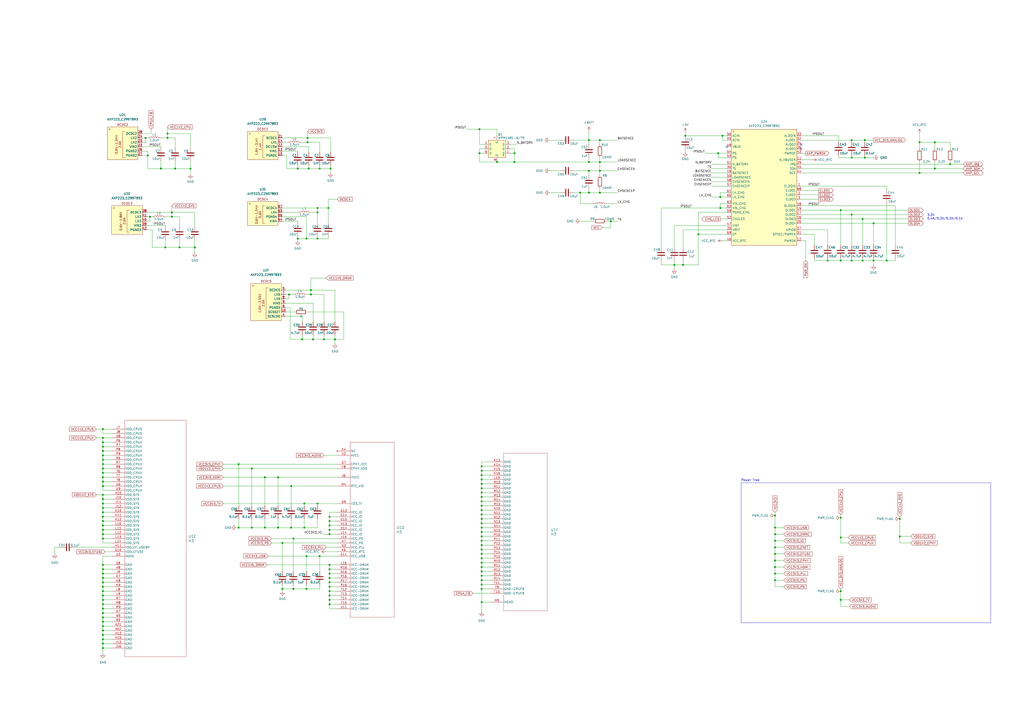
<source format=kicad_sch>
(kicad_sch (version 20250114) (generator "eeschema") (generator_version "9.0")
  (paper "A2")
  (rectangle (start 429.895 280.035) (end 574.675 361.315))
  (text "3.3V\n0.4A/0.2A/0.2A/0.1A\n" (at 537.845 127.635 0) (effects (font (size 1.27 1.27)) (justify left bottom)))
  (text "Power Tree" (at 429.895 279.4 0) (effects (font (size 1.27 1.27)) (justify left bottom)))
  (junction (at 184.15 292.1))
  (junction (at 279.4 326.39))
  (junction (at 110.49 97.79))
  (junction (at 279.4 306.07))
  (junction (at 191.135 337.82))
  (junction (at 449.58 317.5))
  (junction (at 59.69 350.52))
  (junction (at 59.69 307.34))
  (junction (at 59.69 256.54))
  (junction (at 449.58 325.12))
  (junction (at 178.435 80.01))
  (junction (at 180.34 170.815))
  (junction (at 449.58 332.74))
  (junction (at 59.69 363.22))
  (junction (at 97.155 77.47))
  (junction (at 59.69 335.28))
  (junction (at 59.69 345.44))
  (junction (at 146.05 271.78))
  (junction (at 279.4 278.13))
  (junction (at 191.135 335.28))
  (junction (at 417.83 120.65))
  (junction (at 178.435 82.55))
  (junction (at 279.4 321.31))
  (junction (at 180.34 168.275))
  (junction (at 59.69 330.2))
  (junction (at 347.98 93.98))
  (junction (at 506.73 151.13))
  (junction (at 93.345 97.79))
  (junction (at 417.83 114.3))
  (junction (at 184.15 138.43))
  (junction (at 59.69 312.42))
  (junction (at 85.725 90.17))
  (junction (at 170.18 312.42))
  (junction (at 279.4 283.21))
  (junction (at 168.91 281.94))
  (junction (at 487.68 151.13))
  (junction (at 279.4 316.23))
  (junction (at 191.135 302.26))
  (junction (at 494.03 81.28))
  (junction (at 59.69 365.76))
  (junction (at 341.63 99.06))
  (junction (at 449.58 328.93))
  (junction (at 179.07 97.79))
  (junction (at 279.4 334.01))
  (junction (at 59.69 269.24))
  (junction (at 341.63 111.76))
  (junction (at 104.14 143.51))
  (junction (at 59.69 281.94))
  (junction (at 500.38 151.13))
  (junction (at 191.135 309.88))
  (junction (at 59.69 353.06))
  (junction (at 279.4 349.25))
  (junction (at 494.03 91.44))
  (junction (at 59.69 289.56))
  (junction (at 191.135 304.8))
  (junction (at 391.16 153.67))
  (junction (at 449.58 336.55))
  (junction (at 59.69 327.66))
  (junction (at 59.69 373.38))
  (junction (at 168.91 306.07))
  (junction (at 101.6 97.79))
  (junction (at 59.69 299.72))
  (junction (at 59.69 294.64))
  (junction (at 487.68 342.9))
  (junction (at 341.63 81.28))
  (junction (at 416.56 88.9))
  (junction (at 153.67 306.07))
  (junction (at 59.69 368.3))
  (junction (at 161.29 276.86))
  (junction (at 279.4 318.77))
  (junction (at 59.69 266.7))
  (junction (at 501.65 81.28))
  (junction (at 59.69 292.1))
  (junction (at 177.8 341.63))
  (junction (at 185.42 97.79))
  (junction (at 191.135 345.44))
  (junction (at 172.72 97.79))
  (junction (at 347.98 111.76))
  (junction (at 298.45 93.98))
  (junction (at 59.69 279.4))
  (junction (at 177.8 322.58))
  (junction (at 59.69 259.08))
  (junction (at 177.8 138.43))
  (junction (at 138.43 269.24))
  (junction (at 191.135 332.74))
  (junction (at 59.69 340.36))
  (junction (at 138.43 306.07))
  (junction (at 191.135 330.2))
  (junction (at 501.65 91.44))
  (junction (at 59.69 375.92))
  (junction (at 347.98 81.28))
  (junction (at 59.69 264.16))
  (junction (at 279.4 273.05))
  (junction (at 279.4 331.47))
  (junction (at 176.53 292.1))
  (junction (at 487.68 311.785))
  (junction (at 175.26 196.85))
  (junction (at 59.69 355.6))
  (junction (at 533.4 82.55))
  (junction (at 59.69 337.82))
  (junction (at 86.995 125.73))
  (junction (at 405.13 135.89))
  (junction (at 542.29 97.79))
  (junction (at 279.4 308.61))
  (junction (at 487.68 121.92))
  (junction (at 494.03 151.13))
  (junction (at 97.155 80.01))
  (junction (at 279.4 328.93))
  (junction (at 279.4 290.83))
  (junction (at 533.4 100.33))
  (junction (at 449.58 299.085))
  (junction (at 279.4 275.59))
  (junction (at 279.4 336.55))
  (junction (at 347.98 99.06))
  (junction (at 298.45 88.9))
  (junction (at 279.4 298.45))
  (junction (at 279.4 270.51))
  (junction (at 341.63 93.98))
  (junction (at 354.33 128.27))
  (junction (at 181.61 196.85))
  (junction (at 449.58 306.07))
  (junction (at 146.05 306.07))
  (junction (at 59.69 287.02))
  (junction (at 279.4 341.63))
  (junction (at 172.72 138.43))
  (junction (at 184.15 123.19))
  (junction (at 191.135 342.9))
  (junction (at 449.58 321.31))
  (junction (at 163.83 314.96))
  (junction (at 191.135 347.98))
  (junction (at 449.58 313.69))
  (junction (at 487.68 300.355))
  (junction (at 191.77 97.79))
  (junction (at 59.69 309.88))
  (junction (at 163.83 341.63))
  (junction (at 278.13 74.93))
  (junction (at 184.15 120.65))
  (junction (at 279.4 295.91))
  (junction (at 59.69 261.62))
  (junction (at 397.51 78.74))
  (junction (at 191.135 307.34))
  (junction (at 84.455 80.01))
  (junction (at 59.69 332.74))
  (junction (at 279.4 313.69))
  (junction (at 279.4 300.99))
  (junction (at 176.53 306.07))
  (junction (at 279.4 288.29))
  (junction (at 59.69 358.14))
  (junction (at 99.695 123.19))
  (junction (at 336.55 111.76))
  (junction (at 99.695 125.73))
  (junction (at 59.69 304.8))
  (junction (at 190.5 120.65))
  (junction (at 194.31 196.85))
  (junction (at 279.4 303.53))
  (junction (at 191.135 327.66))
  (junction (at 59.69 302.26))
  (junction (at 514.35 151.13))
  (junction (at 95.885 143.51))
  (junction (at 396.24 153.67))
  (junction (at 167.64 170.815))
  (junction (at 487.68 347.98))
  (junction (at 506.73 129.54))
  (junction (at 279.4 339.09))
  (junction (at 288.29 93.98))
  (junction (at 494.03 124.46))
  (junction (at 521.97 311.15))
  (junction (at 59.69 271.78))
  (junction (at 187.96 196.85))
  (junction (at 551.18 95.25))
  (junction (at 59.69 342.9))
  (junction (at 153.67 276.86))
  (junction (at 521.97 300.99))
  (junction (at 59.69 347.98))
  (junction (at 185.42 322.58))
  (junction (at 191.135 340.36))
  (junction (at 191.135 299.72))
  (junction (at 419.1 78.74))
  (junction (at 59.69 370.84))
  (junction (at 542.29 82.55))
  (junction (at 278.13 88.9))
  (junction (at 279.4 293.37))
  (junction (at 59.69 276.86))
  (junction (at 170.18 341.63))
  (junction (at 480.06 151.13))
  (junction (at 500.38 127))
  (junction (at 279.4 280.67))
  (junction (at 59.69 360.68))
  (junction (at 59.69 274.32))
  (junction (at 191.135 350.52))
  (junction (at 113.03 143.51))
  (junction (at 449.58 309.88))
  (junction (at 59.69 254))
  (junction (at 161.29 306.07))
  (junction (at 279.4 285.75))
  (junction (at 279.4 323.85))
  (junction (at 59.69 297.18))
  (junction (at 279.4 311.15))
  (junction (at 59.69 248.92))
  (no_connect (at 421.64 85.09))
  (no_connect (at 464.82 83.82))
  (no_connect (at 464.82 86.36))
  (wire (pts (xy 279.4 270.51) (xy 279.4 273.05)))
  (wire (pts (xy 279.4 349.25) (xy 279.4 341.63)))
  (wire (pts (xy 383.54 151.13) (xy 383.54 153.67)))
  (wire (pts (xy 163.83 341.63) (xy 170.18 341.63)))
  (wire (pts (xy 412.75 100.33) (xy 421.64 100.33)))
  (wire (pts (xy 186.69 309.88) (xy 191.135 309.88)))
  (wire (pts (xy 396.24 133.35) (xy 396.24 143.51)))
  (wire (pts (xy 138.43 300.99) (xy 138.43 306.07)))
  (wire (pts (xy 59.69 335.28) (xy 64.77 335.28)))
  (wire (pts (xy 184.15 300.99) (xy 184.15 306.07)))
  (wire (pts (xy 59.69 266.7) (xy 64.77 266.7)))
  (wire (pts (xy 454.66 317.5) (xy 449.58 317.5)))
  (wire (pts (xy 31.75 317.5) (xy 35.56 317.5)))
  (wire (pts (xy 279.4 336.55) (xy 279.4 339.09)))
  (wire (pts (xy 391.16 151.13) (xy 391.16 153.67)))
  (wire (pts (xy 59.69 264.16) (xy 64.77 264.16)))
  (wire (pts (xy 59.69 289.56) (xy 59.69 292.1)))
  (wire (pts (xy 180.34 168.275) (xy 194.31 168.275)))
  (wire (pts (xy 279.4 295.91) (xy 279.4 298.45)))
  (wire (pts (xy 59.69 347.98) (xy 59.69 350.52)))
  (wire (pts (xy 279.4 326.39) (xy 284.48 326.39)))
  (wire (pts (xy 449.58 321.31) (xy 454.66 321.31)))
  (wire (pts (xy 59.69 248.92) (xy 64.77 248.92)))
  (wire (pts (xy 59.69 330.2) (xy 64.77 330.2)))
  (wire (pts (xy 59.69 345.44) (xy 59.69 347.98)))
  (wire (pts (xy 542.29 82.55) (xy 542.29 86.36)))
  (wire (pts (xy 59.69 347.98) (xy 64.77 347.98)))
  (wire (pts (xy 146.05 306.07) (xy 138.43 306.07)))
  (wire (pts (xy 500.38 151.13) (xy 506.73 151.13)))
  (wire (pts (xy 279.4 334.01) (xy 279.4 336.55)))
  (wire (pts (xy 181.61 175.895) (xy 181.61 186.69)))
  (wire (pts (xy 165.735 180.975) (xy 170.815 180.975)))
  (wire (pts (xy 279.4 341.63) (xy 279.4 339.09)))
  (wire (pts (xy 486.41 90.17) (xy 486.41 91.44)))
  (wire (pts (xy 95.885 131.445) (xy 95.885 130.81)))
  (wire (pts (xy 279.4 280.67) (xy 284.48 280.67)))
  (wire (pts (xy 332.74 81.28) (xy 341.63 81.28)))
  (wire (pts (xy 521.97 300.99) (xy 521.97 299.72)))
  (wire (pts (xy 347.98 91.44) (xy 347.98 93.98)))
  (wire (pts (xy 279.4 334.01) (xy 284.48 334.01)))
  (wire (pts (xy 163.83 128.27) (xy 172.72 128.27)))
  (wire (pts (xy 318.77 111.76) (xy 325.12 111.76)))
  (wire (pts (xy 59.69 307.34) (xy 64.77 307.34)))
  (wire (pts (xy 179.07 97.79) (xy 185.42 97.79)))
  (wire (pts (xy 270.51 74.93) (xy 278.13 74.93)))
  (wire (pts (xy 295.91 86.36) (xy 298.45 86.36)))
  (wire (pts (xy 59.69 330.2) (xy 59.69 332.74)))
  (wire (pts (xy 383.54 153.67) (xy 391.16 153.67)))
  (wire (pts (xy 279.4 308.61) (xy 284.48 308.61)))
  (wire (pts (xy 341.63 91.44) (xy 341.63 93.98)))
  (wire (pts (xy 172.72 137.16) (xy 172.72 138.43)))
  (wire (pts (xy 59.69 302.26) (xy 59.69 304.8)))
  (wire (pts (xy 279.4 278.13) (xy 284.48 278.13)))
  (wire (pts (xy 59.69 373.38) (xy 59.69 375.92)))
  (wire (pts (xy 191.135 353.06) (xy 191.135 350.52)))
  (wire (pts (xy 170.18 312.42) (xy 170.18 331.47)))
  (wire (pts (xy 449.58 313.69) (xy 454.66 313.69)))
  (wire (pts (xy 341.63 81.28) (xy 347.98 81.28)))
  (wire (pts (xy 180.34 168.275) (xy 165.735 168.275)))
  (wire (pts (xy 494.03 81.28) (xy 501.65 81.28)))
  (wire (pts (xy 101.6 97.79) (xy 110.49 97.79)))
  (wire (pts (xy 279.4 298.45) (xy 279.4 300.99)))
  (wire (pts (xy 419.1 78.74) (xy 419.1 81.28)))
  (wire (pts (xy 279.4 331.47) (xy 284.48 331.47)))
  (wire (pts (xy 191.135 302.26) (xy 195.58 302.26)))
  (wire (pts (xy 464.82 88.9) (xy 467.36 88.9)))
  (wire (pts (xy 533.4 82.55) (xy 533.4 86.36)))
  (wire (pts (xy 416.56 88.9) (xy 416.56 91.44)))
  (wire (pts (xy 279.4 295.91) (xy 284.48 295.91)))
  (wire (pts (xy 97.155 77.47) (xy 110.49 77.47)))
  (wire (pts (xy 189.23 317.5) (xy 195.58 317.5)))
  (wire (pts (xy 163.83 82.55) (xy 167.005 82.55)))
  (wire (pts (xy 279.4 318.77) (xy 284.48 318.77)))
  (wire (pts (xy 279.4 323.85) (xy 284.48 323.85)))
  (wire (pts (xy 408.94 88.9) (xy 416.56 88.9)))
  (wire (pts (xy 59.69 314.96) (xy 64.77 314.96)))
  (wire (pts (xy 180.34 170.815) (xy 187.96 170.815)))
  (wire (pts (xy 405.13 153.67) (xy 396.24 153.67)))
  (wire (pts (xy 93.345 85.725) (xy 93.345 85.09)))
  (wire (pts (xy 59.69 355.6) (xy 64.77 355.6)))
  (wire (pts (xy 177.8 341.63) (xy 185.42 341.63)))
  (wire (pts (xy 487.68 121.92) (xy 487.68 142.24)))
  (wire (pts (xy 298.45 88.9) (xy 298.45 93.98)))
  (wire (pts (xy 59.69 370.84) (xy 59.69 373.38)))
  (wire (pts (xy 191.135 304.8) (xy 191.135 307.34)))
  (wire (pts (xy 176.53 292.1) (xy 176.53 293.37)))
  (wire (pts (xy 165.735 173.355) (xy 167.64 173.355)))
  (wire (pts (xy 59.69 350.52) (xy 64.77 350.52)))
  (wire (pts (xy 449.58 317.5) (xy 449.58 313.69)))
  (wire (pts (xy 59.69 254) (xy 64.77 254)))
  (wire (pts (xy 318.77 81.28) (xy 325.12 81.28)))
  (wire (pts (xy 59.69 363.22) (xy 64.77 363.22)))
  (wire (pts (xy 59.69 274.32) (xy 64.77 274.32)))
  (wire (pts (xy 279.4 278.13) (xy 279.4 280.67)))
  (wire (pts (xy 279.4 283.21) (xy 279.4 285.75)))
  (wire (pts (xy 341.63 81.28) (xy 341.63 83.82)))
  (wire (pts (xy 59.69 360.68) (xy 64.77 360.68)))
  (wire (pts (xy 494.03 151.13) (xy 500.38 151.13)))
  (wire (pts (xy 279.4 306.07) (xy 284.48 306.07)))
  (wire (pts (xy 279.4 326.39) (xy 279.4 328.93)))
  (wire (pts (xy 391.16 130.81) (xy 391.16 143.51)))
  (wire (pts (xy 279.4 267.97) (xy 279.4 270.51)))
  (wire (pts (xy 59.69 287.02) (xy 64.77 287.02)))
  (wire (pts (xy 95.885 139.065) (xy 95.885 143.51)))
  (wire (pts (xy 521.97 314.96) (xy 521.97 311.15)))
  (wire (pts (xy 59.69 266.7) (xy 59.69 269.24)))
  (wire (pts (xy 347.98 109.22) (xy 347.98 111.76)))
  (wire (pts (xy 278.13 83.82) (xy 280.67 83.82)))
  (wire (pts (xy 88.265 133.35) (xy 88.265 143.51)))
  (wire (pts (xy 412.75 95.25) (xy 421.64 95.25)))
  (wire (pts (xy 391.16 153.67) (xy 391.16 156.21)))
  (wire (pts (xy 146.05 271.78) (xy 195.58 271.78)))
  (wire (pts (xy 494.03 124.46) (xy 527.05 124.46)))
  (wire (pts (xy 467.36 151.13) (xy 467.36 139.7)))
  (wire (pts (xy 184.15 137.16) (xy 184.15 138.43)))
  (wire (pts (xy 195.58 353.06) (xy 191.135 353.06)))
  (wire (pts (xy 59.69 304.8) (xy 59.69 307.34)))
  (wire (pts (xy 88.265 133.35) (xy 85.09 133.35)))
  (wire (pts (xy 184.15 138.43) (xy 177.8 138.43)))
  (wire (pts (xy 464.82 124.46) (xy 494.03 124.46)))
  (wire (pts (xy 59.69 345.44) (xy 64.77 345.44)))
  (wire (pts (xy 506.73 91.44) (xy 501.65 91.44)))
  (wire (pts (xy 279.4 308.61) (xy 279.4 311.15)))
  (wire (pts (xy 449.58 336.55) (xy 454.66 336.55)))
  (wire (pts (xy 464.82 97.79) (xy 542.29 97.79)))
  (wire (pts (xy 279.4 303.53) (xy 284.48 303.53)))
  (wire (pts (xy 181.61 196.85) (xy 187.96 196.85)))
  (wire (pts (xy 347.98 81.28) (xy 347.98 83.82)))
  (wire (pts (xy 454.66 328.93) (xy 449.58 328.93)))
  (wire (pts (xy 157.48 312.42) (xy 170.18 312.42)))
  (wire (pts (xy 464.82 100.33) (xy 533.4 100.33)))
  (wire (pts (xy 279.4 273.05) (xy 279.4 275.59)))
  (wire (pts (xy 279.4 275.59) (xy 279.4 278.13)))
  (wire (pts (xy 551.18 86.36) (xy 551.18 82.55)))
  (wire (pts (xy 412.75 97.79) (xy 421.64 97.79)))
  (wire (pts (xy 185.42 322.58) (xy 185.42 331.47)))
  (wire (pts (xy 177.8 322.58) (xy 185.42 322.58)))
  (wire (pts (xy 191.77 95.885) (xy 191.77 97.79)))
  (wire (pts (xy 494.03 149.86) (xy 494.03 151.13)))
  (wire (pts (xy 449.58 309.88) (xy 454.66 309.88)))
  (wire (pts (xy 336.55 111.76) (xy 341.63 111.76)))
  (wire (pts (xy 279.4 323.85) (xy 279.4 326.39)))
  (wire (pts (xy 59.69 368.3) (xy 64.77 368.3)))
  (wire (pts (xy 405.13 135.89) (xy 405.13 153.67)))
  (wire (pts (xy 184.15 120.65) (xy 190.5 120.65)))
  (wire (pts (xy 191.135 347.98) (xy 191.135 345.44)))
  (wire (pts (xy 172.72 138.43) (xy 172.72 139.7)))
  (wire (pts (xy 279.4 290.83) (xy 284.48 290.83)))
  (wire (pts (xy 279.4 290.83) (xy 279.4 293.37)))
  (wire (pts (xy 449.58 306.07) (xy 449.58 309.88)))
  (wire (pts (xy 191.135 299.72) (xy 191.135 302.26)))
  (wire (pts (xy 59.69 294.64) (xy 64.77 294.64)))
  (wire (pts (xy 59.69 358.14) (xy 64.77 358.14)))
  (wire (pts (xy 175.26 196.85) (xy 181.61 196.85)))
  (wire (pts (xy 168.275 196.85) (xy 175.26 196.85)))
  (wire (pts (xy 298.45 86.36) (xy 298.45 88.9)))
  (wire (pts (xy 354.33 132.08) (xy 354.33 128.27)))
  (wire (pts (xy 487.68 300.355) (xy 487.68 311.785)))
  (wire (pts (xy 59.69 340.36) (xy 64.77 340.36)))
  (wire (pts (xy 180.34 161.29) (xy 180.34 168.275)))
  (wire (pts (xy 278.13 74.93) (xy 288.29 74.93)))
  (wire (pts (xy 184.15 123.19) (xy 184.15 129.54)))
  (wire (pts (xy 449.58 317.5) (xy 449.58 321.31)))
  (wire (pts (xy 472.44 135.89) (xy 472.44 142.24)))
  (wire (pts (xy 487.68 121.92) (xy 527.05 121.92)))
  (wire (pts (xy 86.995 128.27) (xy 86.995 125.73)))
  (wire (pts (xy 464.82 127) (xy 500.38 127)))
  (wire (pts (xy 185.42 82.55) (xy 178.435 82.55)))
  (wire (pts (xy 519.43 151.13) (xy 514.35 151.13)))
  (wire (pts (xy 172.72 87.63) (xy 163.83 87.63)))
  (wire (pts (xy 187.96 194.31) (xy 187.96 196.85)))
  (wire (pts (xy 194.31 196.85) (xy 194.31 199.39)))
  (wire (pts (xy 185.42 322.58) (xy 195.58 322.58)))
  (wire (pts (xy 332.74 111.76) (xy 336.55 111.76)))
  (wire (pts (xy 85.09 123.19) (xy 99.695 123.19)))
  (wire (pts (xy 449.58 297.18) (xy 449.58 299.085)))
  (wire (pts (xy 154.94 327.66) (xy 191.135 327.66)))
  (wire (pts (xy 185.42 339.09) (xy 185.42 341.63)))
  (wire (pts (xy 97.155 80.01) (xy 93.345 80.01)))
  (wire (pts (xy 347.98 81.28) (xy 358.14 81.28)))
  (wire (pts (xy 191.135 340.36) (xy 195.58 340.36)))
  (wire (pts (xy 487.68 347.98) (xy 487.68 342.9)))
  (wire (pts (xy 165.735 178.435) (xy 168.275 178.435)))
  (wire (pts (xy 417.83 118.11) (xy 417.83 120.65)))
  (wire (pts (xy 146.05 300.99) (xy 146.05 306.07)))
  (wire (pts (xy 191.135 330.2) (xy 191.135 327.66)))
  (wire (pts (xy 177.8 125.73) (xy 177.8 138.43)))
  (wire (pts (xy 59.69 292.1) (xy 64.77 292.1)))
  (wire (pts (xy 59.69 322.58) (xy 59.69 327.66)))
  (wire (pts (xy 521.97 311.15) (xy 521.97 300.99)))
  (wire (pts (xy 279.4 293.37) (xy 279.4 295.91)))
  (wire (pts (xy 163.83 123.19) (xy 172.72 123.19)))
  (wire (pts (xy 59.69 261.62) (xy 59.69 264.16)))
  (wire (pts (xy 341.63 93.98) (xy 347.98 93.98)))
  (wire (pts (xy 280.67 88.9) (xy 278.13 88.9)))
  (wire (pts (xy 501.65 90.17) (xy 501.65 91.44)))
  (wire (pts (xy 191.135 297.18) (xy 191.135 299.72)))
  (wire (pts (xy 187.96 264.16) (xy 195.58 264.16)))
  (wire (pts (xy 163.83 90.17) (xy 166.37 90.17)))
  (wire (pts (xy 185.42 95.885) (xy 185.42 97.79)))
  (wire (pts (xy 138.43 269.24) (xy 195.58 269.24)))
  (wire (pts (xy 421.64 133.35) (xy 396.24 133.35)))
  (wire (pts (xy 279.4 273.05) (xy 284.48 273.05)))
  (wire (pts (xy 175.26 194.31) (xy 175.26 196.85)))
  (wire (pts (xy 412.75 105.41) (xy 421.64 105.41)))
  (wire (pts (xy 59.69 274.32) (xy 59.69 276.86)))
  (wire (pts (xy 84.455 82.55) (xy 84.455 80.01)))
  (wire (pts (xy 494.03 124.46) (xy 494.03 142.24)))
  (wire (pts (xy 176.53 306.07) (xy 168.91 306.07)))
  (wire (pts (xy 55.88 287.02) (xy 59.69 287.02)))
  (wire (pts (xy 165.735 170.815) (xy 167.64 170.815)))
  (wire (pts (xy 417.83 111.76) (xy 417.83 114.3)))
  (wire (pts (xy 163.83 341.63) (xy 163.83 342.9)))
  (wire (pts (xy 421.64 130.81) (xy 391.16 130.81)))
  (wire (pts (xy 396.24 153.67) (xy 391.16 153.67)))
  (wire (pts (xy 129.54 281.94) (xy 168.91 281.94)))
  (wire (pts (xy 59.69 337.82) (xy 59.69 340.36)))
  (wire (pts (xy 279.4 311.15) (xy 279.4 313.69)))
  (wire (pts (xy 397.51 76.835) (xy 397.51 78.74)))
  (wire (pts (xy 59.69 256.54) (xy 64.77 256.54)))
  (wire (pts (xy 84.455 80.01) (xy 85.725 80.01)))
  (wire (pts (xy 99.695 119.38) (xy 99.695 123.19)))
  (wire (pts (xy 551.18 95.25) (xy 558.8 95.25)))
  (wire (pts (xy 87.63 77.47) (xy 82.55 77.47)))
  (wire (pts (xy 405.13 135.89) (xy 421.64 135.89)))
  (wire (pts (xy 533.4 100.33) (xy 558.8 100.33)))
  (wire (pts (xy 279.4 336.55) (xy 284.48 336.55)))
  (wire (pts (xy 187.96 170.815) (xy 187.96 186.69)))
  (wire (pts (xy 279.4 341.63) (xy 284.48 341.63)))
  (wire (pts (xy 170.18 341.63) (xy 177.8 341.63)))
  (wire (pts (xy 59.69 375.92) (xy 64.77 375.92)))
  (wire (pts (xy 421.64 78.74) (xy 419.1 78.74)))
  (wire (pts (xy 486.41 91.44) (xy 494.03 91.44)))
  (wire (pts (xy 166.37 97.79) (xy 172.72 97.79)))
  (wire (pts (xy 59.69 279.4) (xy 59.69 281.94)))
  (wire (pts (xy 59.69 279.4) (xy 64.77 279.4)))
  (wire (pts (xy 341.63 111.76) (xy 347.98 111.76)))
  (wire (pts (xy 168.91 281.94) (xy 195.58 281.94)))
  (wire (pts (xy 542.29 82.55) (xy 533.4 82.55)))
  (wire (pts (xy 191.77 88.265) (xy 191.77 80.01)))
  (wire (pts (xy 163.83 314.96) (xy 195.58 314.96)))
  (wire (pts (xy 95.885 143.51) (xy 104.14 143.51)))
  (wire (pts (xy 347.98 93.98) (xy 358.14 93.98)))
  (wire (pts (xy 59.69 302.26) (xy 64.77 302.26)))
  (wire (pts (xy 187.96 196.85) (xy 194.31 196.85)))
  (wire (pts (xy 161.29 276.86) (xy 195.58 276.86)))
  (wire (pts (xy 551.18 82.55) (xy 542.29 82.55)))
  (wire (pts (xy 194.31 168.275) (xy 194.31 186.69)))
  (wire (pts (xy 177.8 322.58) (xy 177.8 331.47)))
  (wire (pts (xy 178.435 80.01) (xy 178.435 82.55)))
  (wire (pts (xy 113.03 139.065) (xy 113.03 143.51)))
  (wire (pts (xy 31.75 321.31) (xy 31.75 317.5)))
  (wire (pts (xy 519.43 119.38) (xy 519.43 142.24)))
  (wire (pts (xy 178.435 76.2) (xy 178.435 80.01)))
  (wire (pts (xy 165.735 175.895) (xy 181.61 175.895)))
  (wire (pts (xy 185.42 97.79) (xy 191.77 97.79)))
  (wire (pts (xy 161.29 306.07) (xy 153.67 306.07)))
  (wire (pts (xy 279.4 275.59) (xy 284.48 275.59)))
  (wire (pts (xy 166.37 90.17) (xy 166.37 97.79)))
  (wire (pts (xy 279.4 313.69) (xy 284.48 313.69)))
  (wire (pts (xy 279.4 328.93) (xy 284.48 328.93)))
  (wire (pts (xy 417.83 127) (xy 421.64 127)))
  (wire (pts (xy 351.79 128.27) (xy 354.33 128.27)))
  (wire (pts (xy 87.63 74.93) (xy 87.63 77.47)))
  (wire (pts (xy 191.135 335.28) (xy 191.135 332.74)))
  (wire (pts (xy 332.74 99.06) (xy 341.63 99.06)))
  (wire (pts (xy 279.4 306.07) (xy 279.4 308.61)))
  (wire (pts (xy 43.18 317.5) (xy 64.77 317.5)))
  (wire (pts (xy 506.73 151.13) (xy 514.35 151.13)))
  (wire (pts (xy 165.735 183.515) (xy 175.26 183.515)))
  (wire (pts (xy 412.75 102.87) (xy 421.64 102.87)))
  (wire (pts (xy 59.69 350.52) (xy 59.69 353.06)))
  (wire (pts (xy 280.67 86.36) (xy 278.13 86.36)))
  (wire (pts (xy 184.15 120.65) (xy 184.15 123.19)))
  (wire (pts (xy 279.4 300.99) (xy 284.48 300.99)))
  (wire (pts (xy 480.06 149.86) (xy 480.06 151.13)))
  (wire (pts (xy 59.69 368.3) (xy 59.69 370.84)))
  (wire (pts (xy 93.345 97.79) (xy 101.6 97.79)))
  (wire (pts (xy 464.82 129.54) (xy 506.73 129.54)))
  (wire (pts (xy 318.77 99.06) (xy 325.12 99.06)))
  (wire (pts (xy 191.135 337.82) (xy 195.58 337.82)))
  (wire (pts (xy 59.69 276.86) (xy 59.69 279.4)))
  (wire (pts (xy 501.65 81.28) (xy 506.73 81.28)))
  (wire (pts (xy 59.69 353.06) (xy 64.77 353.06)))
  (wire (pts (xy 104.14 131.445) (xy 104.14 125.73)))
  (wire (pts (xy 55.88 248.92) (xy 59.69 248.92)))
  (wire (pts (xy 60.96 320.04) (xy 64.77 320.04)))
  (wire (pts (xy 383.54 120.65) (xy 417.83 120.65)))
  (wire (pts (xy 59.69 304.8) (xy 64.77 304.8)))
  (wire (pts (xy 59.69 353.06) (xy 59.69 355.6)))
  (wire (pts (xy 288.29 74.93) (xy 288.29 78.74)))
  (wire (pts (xy 464.82 78.74) (xy 486.41 78.74)))
  (wire (pts (xy 191.135 342.9) (xy 191.135 340.36)))
  (wire (pts (xy 191.135 340.36) (xy 191.135 337.82)))
  (wire (pts (xy 454.66 332.74) (xy 449.58 332.74)))
  (wire (pts (xy 59.69 337.82) (xy 64.77 337.82)))
  (wire (pts (xy 93.345 85.09) (xy 82.55 85.09)))
  (wire (pts (xy 279.4 267.97) (xy 284.48 267.97)))
  (wire (pts (xy 85.725 97.79) (xy 93.345 97.79)))
  (wire (pts (xy 279.4 293.37) (xy 284.48 293.37)))
  (wire (pts (xy 59.69 375.92) (xy 59.69 379.095)))
  (wire (pts (xy 279.4 288.29) (xy 284.48 288.29)))
  (wire (pts (xy 59.69 307.34) (xy 59.69 309.88)))
  (wire (pts (xy 110.49 85.725) (xy 110.49 77.47)))
  (wire (pts (xy 104.14 143.51) (xy 113.03 143.51)))
  (wire (pts (xy 129.54 276.86) (xy 153.67 276.86)))
  (wire (pts (xy 99.695 123.19) (xy 113.03 123.19)))
  (wire (pts (xy 99.695 125.73) (xy 95.885 125.73)))
  (wire (pts (xy 472.44 149.86) (xy 472.44 151.13)))
  (wire (pts (xy 351.79 118.11) (xy 358.14 118.11)))
  (wire (pts (xy 101.6 85.725) (xy 101.6 80.01)))
  (wire (pts (xy 487.68 151.13) (xy 494.03 151.13)))
  (wire (pts (xy 59.69 294.64) (xy 59.69 297.18)))
  (wire (pts (xy 59.69 292.1) (xy 59.69 294.64)))
  (wire (pts (xy 449.58 309.88) (xy 449.58 313.69)))
  (wire (pts (xy 464.82 115.57) (xy 474.98 115.57)))
  (wire (pts (xy 163.83 80.01) (xy 178.435 80.01)))
  (wire (pts (xy 170.18 312.42) (xy 195.58 312.42)))
  (wire (pts (xy 274.32 344.17) (xy 284.48 344.17)))
  (wire (pts (xy 184.15 292.1) (xy 184.15 293.37)))
  (wire (pts (xy 163.83 85.09) (xy 179.07 85.09)))
  (wire (pts (xy 421.64 120.65) (xy 417.83 120.65)))
  (wire (pts (xy 195.58 330.2) (xy 191.135 330.2)))
  (wire (pts (xy 279.4 321.31) (xy 284.48 321.31)))
  (wire (pts (xy 163.83 120.65) (xy 184.15 120.65)))
  (wire (pts (xy 533.4 93.98) (xy 533.4 100.33)))
  (wire (pts (xy 88.265 143.51) (xy 95.885 143.51)))
  (wire (pts (xy 101.6 93.345) (xy 101.6 97.79)))
  (wire (pts (xy 163.83 314.96) (xy 163.83 331.47)))
  (wire (pts (xy 163.83 339.09) (xy 163.83 341.63)))
  (wire (pts (xy 421.64 123.19) (xy 405.13 123.19)))
  (wire (pts (xy 494.03 90.17) (xy 494.03 91.44)))
  (wire (pts (xy 494.03 82.55) (xy 494.03 81.28)))
  (wire (pts (xy 155.575 322.58) (xy 177.8 322.58)))
  (wire (pts (xy 421.64 118.11) (xy 417.83 118.11)))
  (wire (pts (xy 157.48 314.96) (xy 163.83 314.96)))
  (wire (pts (xy 288.29 93.98) (xy 298.45 93.98)))
  (wire (pts (xy 168.91 300.99) (xy 168.91 306.07)))
  (wire (pts (xy 129.54 271.78) (xy 146.05 271.78)))
  (wire (pts (xy 191.135 345.44) (xy 191.135 342.9)))
  (wire (pts (xy 551.18 93.98) (xy 551.18 95.25)))
  (wire (pts (xy 295.91 83.82) (xy 299.72 83.82)))
  (wire (pts (xy 191.135 302.26) (xy 191.135 304.8)))
  (wire (pts (xy 191.135 332.74) (xy 195.58 332.74)))
  (wire (pts (xy 59.69 289.56) (xy 64.77 289.56)))
  (wire (pts (xy 487.68 149.86) (xy 487.68 151.13)))
  (wire (pts (xy 506.73 129.54) (xy 527.05 129.54)))
  (wire (pts (xy 464.82 135.89) (xy 472.44 135.89)))
  (wire (pts (xy 59.69 284.48) (xy 64.77 284.48)))
  (wire (pts (xy 85.09 125.73) (xy 86.995 125.73)))
  (wire (pts (xy 279.4 303.53) (xy 279.4 306.07)))
  (wire (pts (xy 190.5 137.16) (xy 190.5 138.43)))
  (wire (pts (xy 279.4 283.21) (xy 284.48 283.21)))
  (wire (pts (xy 487.68 311.785) (xy 487.68 314.96)))
  (wire (pts (xy 82.55 80.01) (xy 84.455 80.01)))
  (wire (pts (xy 59.69 358.14) (xy 59.69 360.68)))
  (wire (pts (xy 59.69 299.72) (xy 64.77 299.72)))
  (wire (pts (xy 85.725 87.63) (xy 82.55 87.63)))
  (wire (pts (xy 278.13 74.93) (xy 278.13 83.82)))
  (wire (pts (xy 59.69 327.66) (xy 59.69 330.2)))
  (wire (pts (xy 449.58 332.74) (xy 449.58 328.93)))
  (wire (pts (xy 191.135 350.52) (xy 191.135 347.98)))
  (wire (pts (xy 97.155 73.66) (xy 97.155 77.47)))
  (wire (pts (xy 191.135 304.8) (xy 195.58 304.8)))
  (wire (pts (xy 542.29 93.98) (xy 542.29 97.79)))
  (wire (pts (xy 279.4 321.31) (xy 279.4 323.85)))
  (wire (pts (xy 85.725 87.63) (xy 85.725 90.17)))
  (wire (pts (xy 172.72 95.885) (xy 172.72 97.79)))
  (wire (pts (xy 99.695 123.19) (xy 99.695 125.73)))
  (wire (pts (xy 454.66 325.12) (xy 449.58 325.12)))
  (wire (pts (xy 59.69 271.78) (xy 64.77 271.78)))
  (wire (pts (xy 500.38 127) (xy 500.38 142.24)))
  (wire (pts (xy 279.4 316.23) (xy 284.48 316.23)))
  (wire (pts (xy 153.67 300.99) (xy 153.67 306.07)))
  (wire (pts (xy 279.4 328.93) (xy 279.4 331.47)))
  (wire (pts (xy 172.72 88.265) (xy 172.72 87.63)))
  (wire (pts (xy 416.56 88.9) (xy 421.64 88.9)))
  (wire (pts (xy 190.5 120.65) (xy 190.5 129.54)))
  (wire (pts (xy 349.25 132.08) (xy 354.33 132.08)))
  (wire (pts (xy 59.69 299.72) (xy 59.69 302.26)))
  (wire (pts (xy 279.4 339.09) (xy 284.48 339.09)))
  (wire (pts (xy 279.4 316.23) (xy 279.4 318.77)))
  (wire (pts (xy 480.06 151.13) (xy 487.68 151.13)))
  (wire (pts (xy 189.23 320.04) (xy 195.58 320.04)))
  (wire (pts (xy 383.54 120.65) (xy 383.54 143.51)))
  (wire (pts (xy 64.77 251.46) (xy 59.69 251.46)))
  (wire (pts (xy 168.91 306.07) (xy 161.29 306.07)))
  (wire (pts (xy 178.435 180.975) (xy 199.39 180.975)))
  (wire (pts (xy 487.68 311.785) (xy 492.125 311.785)))
  (wire (pts (xy 177.8 170.815) (xy 180.34 170.815)))
  (wire (pts (xy 189.23 161.29) (xy 180.34 161.29)))
  (wire (pts (xy 59.69 269.24) (xy 64.77 269.24)))
  (wire (pts (xy 153.67 276.86) (xy 161.29 276.86)))
  (wire (pts (xy 449.58 306.07) (xy 454.66 306.07)))
  (wire (pts (xy 279.4 311.15) (xy 284.48 311.15)))
  (wire (pts (xy 487.68 298.45) (xy 487.68 300.355)))
  (wire (pts (xy 110.49 97.79) (xy 110.49 100.965)))
  (wire (pts (xy 185.42 88.265) (xy 185.42 82.55)))
  (wire (pts (xy 279.4 349.25) (xy 284.48 349.25)))
  (wire (pts (xy 542.29 97.79) (xy 558.8 97.79)))
  (wire (pts (xy 85.725 90.17) (xy 85.725 97.79)))
  (wire (pts (xy 59.69 264.16) (xy 59.69 266.7)))
  (wire (pts (xy 59.69 312.42) (xy 59.69 314.96)))
  (wire (pts (xy 191.77 97.79) (xy 191.77 100.33)))
  (wire (pts (xy 487.68 347.98) (xy 492.76 347.98)))
  (wire (pts (xy 500.38 149.86) (xy 500.38 151.13)))
  (wire (pts (xy 347.98 93.98) (xy 347.98 99.06)))
  (wire (pts (xy 464.82 119.38) (xy 519.43 119.38)))
  (wire (pts (xy 59.69 355.6) (xy 59.69 358.14)))
  (wire (pts (xy 146.05 271.78) (xy 146.05 293.37)))
  (wire (pts (xy 279.4 331.47) (xy 279.4 334.01)))
  (wire (pts (xy 129.54 292.1) (xy 176.53 292.1)))
  (wire (pts (xy 492.76 351.79) (xy 487.68 351.79)))
  (wire (pts (xy 347.98 111.76) (xy 358.14 111.76)))
  (wire (pts (xy 195.58 115.57) (xy 190.5 115.57)))
  (wire (pts (xy 104.14 125.73) (xy 99.695 125.73)))
  (wire (pts (xy 279.4 285.75) (xy 279.4 288.29)))
  (wire (pts (xy 494.03 91.44) (xy 501.65 91.44)))
  (wire (pts (xy 295.91 88.9) (xy 298.45 88.9)))
  (wire (pts (xy 191.135 345.44) (xy 195.58 345.44)))
  (wire (pts (xy 464.82 113.03) (xy 474.98 113.03)))
  (wire (pts (xy 194.31 194.31) (xy 194.31 196.85)))
  (wire (pts (xy 191.135 335.28) (xy 195.58 335.28)))
  (wire (pts (xy 464.82 121.92) (xy 487.68 121.92)))
  (wire (pts (xy 347.98 99.06) (xy 347.98 101.6)))
  (wire (pts (xy 405.13 123.19) (xy 405.13 135.89)))
  (wire (pts (xy 533.4 77.47) (xy 533.4 82.55)))
  (wire (pts (xy 168.91 281.94) (xy 168.91 293.37)))
  (wire (pts (xy 336.55 118.11) (xy 336.55 111.76)))
  (wire (pts (xy 178.435 82.55) (xy 174.625 82.55)))
  (wire (pts (xy 514.35 118.11) (xy 514.35 151.13)))
  (wire (pts (xy 487.68 351.79) (xy 487.68 347.98)))
  (wire (pts (xy 59.69 276.86) (xy 64.77 276.86)))
  (wire (pts (xy 480.06 133.35) (xy 480.06 142.24)))
  (wire (pts (xy 178.435 80.01) (xy 191.77 80.01)))
  (wire (pts (xy 341.63 99.06) (xy 347.98 99.06)))
  (wire (pts (xy 176.53 300.99) (xy 176.53 306.07)))
  (wire (pts (xy 279.4 318.77) (xy 279.4 321.31)))
  (wire (pts (xy 279.4 313.69) (xy 279.4 316.23)))
  (wire (pts (xy 177.8 339.09) (xy 177.8 341.63)))
  (wire (pts (xy 97.155 77.47) (xy 97.155 80.01)))
  (wire (pts (xy 59.69 309.88) (xy 59.69 312.42)))
  (wire (pts (xy 464.82 95.25) (xy 551.18 95.25)))
  (wire (pts (xy 500.38 127) (xy 527.05 127)))
  (wire (pts (xy 396.24 151.13) (xy 396.24 153.67)))
  (wire (pts (xy 161.29 300.99) (xy 161.29 306.07)))
  (wire (pts (xy 137.16 306.07) (xy 138.43 306.07)))
  (wire (pts (xy 64.77 322.58) (xy 59.69 322.58)))
  (wire (pts (xy 179.07 95.885) (xy 179.07 97.79)))
  (wire (pts (xy 486.41 78.74) (xy 486.41 82.55)))
  (wire (pts (xy 59.69 332.74) (xy 64.77 332.74)))
  (wire (pts (xy 279.4 280.67) (xy 279.4 283.21)))
  (wire (pts (xy 59.69 365.76) (xy 64.77 365.76)))
  (wire (pts (xy 59.69 256.54) (xy 59.69 259.08)))
  (wire (pts (xy 184.15 306.07) (xy 176.53 306.07)))
  (wire (pts (xy 191.135 307.34) (xy 195.58 307.34)))
  (wire (pts (xy 449.58 328.93) (xy 449.58 325.12)))
  (wire (pts (xy 59.69 309.88) (xy 64.77 309.88)))
  (wire (pts (xy 501.65 82.55) (xy 501.65 81.28)))
  (wire (pts (xy 449.58 325.12) (xy 449.58 321.31)))
  (wire (pts (xy 129.54 269.24) (xy 138.43 269.24)))
  (wire (pts (xy 82.55 82.55) (xy 84.455 82.55)))
  (wire (pts (xy 59.69 271.78) (xy 59.69 274.32)))
  (wire (pts (xy 59.69 342.9) (xy 59.69 345.44)))
  (wire (pts (xy 181.61 194.31) (xy 181.61 196.85)))
  (wire (pts (xy 279.4 270.51) (xy 284.48 270.51)))
  (wire (pts (xy 59.69 254) (xy 59.69 256.54)))
  (wire (pts (xy 59.69 360.68) (xy 59.69 363.22)))
  (wire (pts (xy 59.69 335.28) (xy 59.69 337.82)))
  (wire (pts (xy 86.995 125.73) (xy 88.265 125.73)))
  (wire (pts (xy 419.1 139.7) (xy 421.64 139.7)))
  (wire (pts (xy 298.45 93.98) (xy 341.63 93.98)))
  (wire (pts (xy 59.69 297.18) (xy 59.69 299.72)))
  (wire (pts (xy 59.69 365.76) (xy 59.69 368.3)))
  (wire (pts (xy 172.72 128.27) (xy 172.72 129.54)))
  (wire (pts (xy 449.58 340.36) (xy 449.58 336.55)))
  (wire (pts (xy 278.13 93.98) (xy 288.29 93.98)))
  (wire (pts (xy 336.55 128.27) (xy 344.17 128.27)))
  (wire (pts (xy 514.35 107.95) (xy 514.35 110.49)))
  (wire (pts (xy 449.58 336.55) (xy 449.58 332.74)))
  (wire (pts (xy 172.72 97.79) (xy 179.07 97.79)))
  (wire (pts (xy 55.88 254) (xy 59.69 254)))
  (wire (pts (xy 177.8 138.43) (xy 172.72 138.43)))
  (wire (pts (xy 191.135 337.82) (xy 191.135 335.28)))
  (wire (pts (xy 101.6 80.01) (xy 97.155 80.01)))
  (wire (pts (xy 59.69 259.08) (xy 64.77 259.08)))
  (wire (pts (xy 138.43 269.24) (xy 138.43 293.37)))
  (wire (pts (xy 449.58 299.085) (xy 449.58 306.07)))
  (wire (pts (xy 175.26 183.515) (xy 175.26 186.69)))
  (wire (pts (xy 341.63 76.2) (xy 341.63 81.28)))
  (wire (pts (xy 104.14 139.065) (xy 104.14 143.51)))
  (wire (pts (xy 59.69 373.38) (xy 64.77 373.38)))
  (wire (pts (xy 347.98 99.06) (xy 358.14 99.06)))
  (wire (pts (xy 279.4 300.99) (xy 279.4 303.53)))
  (wire (pts (xy 82.55 90.17) (xy 85.725 90.17)))
  (wire (pts (xy 180.34 170.815) (xy 180.34 168.275)))
  (wire (pts (xy 344.17 118.11) (xy 336.55 118.11)))
  (wire (pts (xy 59.69 312.42) (xy 64.77 312.42)))
  (wire (pts (xy 59.69 297.18) (xy 64.77 297.18)))
  (wire (pts (xy 464.82 81.28) (xy 494.03 81.28)))
  (wire (pts (xy 167.64 170.815) (xy 170.18 170.815)))
  (wire (pts (xy 176.53 292.1) (xy 184.15 292.1)))
  (wire (pts (xy 506.73 151.13) (xy 506.73 153.67)))
  (wire (pts (xy 59.69 332.74) (xy 59.69 335.28)))
  (wire (pts (xy 279.4 285.75) (xy 284.48 285.75)))
  (wire (pts (xy 59.69 327.66) (xy 64.77 327.66)))
  (wire (pts (xy 59.69 281.94) (xy 59.69 284.48)))
  (wire (pts (xy 421.64 91.44) (xy 416.56 91.44)))
  (wire (pts (xy 528.32 311.15) (xy 521.97 311.15)))
  (wire (pts (xy 184.15 292.1) (xy 195.58 292.1)))
  (wire (pts (xy 191.135 299.72) (xy 195.58 299.72)))
  (wire (pts (xy 190.5 138.43) (xy 184.15 138.43)))
  (wire (pts (xy 279.4 298.45) (xy 284.48 298.45)))
  (wire (pts (xy 191.135 347.98) (xy 195.58 347.98)))
  (wire (pts (xy 421.64 111.76) (xy 417.83 111.76)))
  (wire (pts (xy 191.135 309.88) (xy 195.58 309.88)))
  (wire (pts (xy 199.39 180.975) (xy 199.39 196.85)))
  (wire (pts (xy 59.69 370.84) (xy 64.77 370.84)))
  (wire (pts (xy 354.33 128.27) (xy 358.14 128.27)))
  (wire (pts (xy 59.69 269.24) (xy 59.69 271.78)))
  (wire (pts (xy 59.69 261.62) (xy 64.77 261.62)))
  (wire (pts (xy 454.66 340.36) (xy 449.58 340.36)))
  (wire (pts (xy 191.135 327.66) (xy 195.58 327.66)))
  (wire (pts (xy 464.82 133.35) (xy 480.06 133.35)))
  (wire (pts (xy 59.69 342.9) (xy 64.77 342.9)))
  (wire (pts (xy 153.67 276.86) (xy 153.67 293.37)))
  (wire (pts (xy 397.51 78.74) (xy 419.1 78.74)))
  (wire (pts (xy 464.82 110.49) (xy 474.98 110.49)))
  (wire (pts (xy 85.09 128.27) (xy 86.995 128.27)))
  (wire (pts (xy 279.4 354.965) (xy 279.4 349.25)))
  (wire (pts (xy 419.1 81.28) (xy 421.64 81.28)))
  (wire (pts (xy 506.73 149.86) (xy 506.73 151.13)))
  (wire (pts (xy 161.29 293.37) (xy 161.29 276.86)))
  (wire (pts (xy 163.83 125.73) (xy 177.8 125.73)))
  (wire (pts (xy 184.15 123.19) (xy 180.34 123.19)))
  (wire (pts (xy 191.135 297.18) (xy 195.58 297.18)))
  (wire (pts (xy 412.75 114.3) (xy 417.83 114.3)))
  (wire (pts (xy 191.135 350.52) (xy 195.58 350.52)))
  (wire (pts (xy 191.135 332.74) (xy 191.135 330.2)))
  (wire (pts (xy 113.03 143.51) (xy 113.03 146.685)))
  (wire (pts (xy 528.32 314.96) (xy 521.97 314.96)))
  (wire (pts (xy 190.5 115.57) (xy 190.5 120.65)))
  (wire (pts (xy 464.82 107.95) (xy 514.35 107.95)))
  (wire (pts (xy 95.885 130.81) (xy 85.09 130.81)))
  (wire (pts (xy 464.82 92.71) (xy 471.17 92.71)))
  (wire (pts (xy 397.51 86.995) (xy 397.51 88.265)))
  (wire (pts (xy 487.68 314.96) (xy 492.125 314.96)))
  (wire (pts (xy 341.63 109.22) (xy 341.63 111.76)))
  (wire (pts (xy 191.135 342.9) (xy 195.58 342.9)))
  (wire (pts (xy 59.69 363.22) (xy 59.69 365.76)))
  (wire (pts (xy 168.275 178.435) (xy 168.275 196.85)))
  (wire (pts (xy 59.69 287.02) (xy 59.69 289.56)))
  (wire (pts (xy 506.73 129.54) (xy 506.73 142.24)))
  (wire (pts (xy 412.75 107.95) (xy 421.64 107.95)))
  (wire (pts (xy 167.64 173.355) (xy 167.64 170.815)))
  (wire (pts (xy 59.69 281.94) (xy 64.77 281.94)))
  (wire (pts (xy 110.49 93.345) (xy 110.49 97.79)))
  (wire (pts (xy 59.69 251.46) (xy 59.69 248.92)))
  (wire (pts (xy 153.67 306.07) (xy 146.05 306.07)))
  (wire (pts (xy 93.345 93.345) (xy 93.345 97.79)))
  (wire (pts (xy 170.18 339.09) (xy 170.18 341.63)))
  (wire (pts (xy 472.44 151.13) (xy 480.06 151.13)))
  (wire (pts (xy 199.39 196.85) (xy 194.31 196.85)))
  (wire (pts (xy 278.13 88.9) (xy 278.13 93.98)))
  (wire (pts (xy 467.36 139.7) (xy 464.82 139.7)))
  (wire (pts (xy 59.69 259.08) (xy 59.69 261.62)))
  (wire (pts (xy 179.07 85.09) (xy 179.07 88.265)))
  (wire (pts (xy 113.03 131.445) (xy 113.03 123.19)))
  (wire (pts (xy 191.135 307.34) (xy 191.135 309.88)))
  (wire (pts (xy 487.68 342.9) (xy 487.68 341.63)))
  (wire (pts (xy 417.83 114.3) (xy 421.64 114.3)))
  (wire (pts (xy 519.43 149.86) (xy 519.43 151.13)))
  (wire (pts (xy 341.63 99.06) (xy 341.63 101.6)))
  (wire (pts (xy 278.13 86.36) (xy 278.13 88.9)))
  (wire (pts (xy 397.51 78.74) (xy 397.51 79.375)))
  (wire (pts (xy 279.4 288.29) (xy 279.4 290.83)))
  (wire (pts (xy 59.69 340.36) (xy 59.69 342.9)))
  (label "IPSOUT" (at 86.36 85.09 0))
  (label "IPSOUT" (at 468.63 119.38 0))
  (label "CHSENCEP" (at 358.14 111.76 0))
  (label "BATSENCE" (at 412.75 100.33 180))
  (label "BATSENCE" (at 358.14 81.28 0))
  (label "IPSOUT" (at 165.1 128.27 0))
  (label "IPSOUT" (at 165.1 87.63 0))
  (label "CHSENCEN" (at 412.75 105.41 180))
  (label "IPSOUT" (at 88.9 130.81 0))
  (label "CHSENCEP" (at 412.75 107.95 180))
  (label "CHSENCEN" (at 358.14 99.06 0))
  (label "IPSOUT" (at 468.63 107.95 0))
  (label "N_BATDRV" (at 299.72 83.82 0))
  (label "IPSOUT" (at 401.32 120.65 180))
  (label "VCC3V3_IO" (at 186.69 309.88 180))
  (label "LX_CHG" (at 358.14 118.11 0))
  (label "IPSOUT" (at 270.51 74.93 180))
  (label "IPSOUT" (at 408.94 88.9 180))
  (label "N_BATDRV" (at 412.75 95.25 180))
  (label "LOADSENCE" (at 358.14 93.98 0))
  (label "TS" (at 412.75 97.79 180))
  (label "LX_CHG" (at 412.75 114.3 180))
  (label "IPSOUT" (at 471.17 78.74 0))
  (label "LOADSENCE" (at 412.75 102.87 180))
  (label "TS" (at 358.14 128.27 0))
  (global_label "VCC3V3_PLL" (shape input) (at 189.23 317.5 180) (property "Intersheetrefs" "${INTERSHEET_REFS}" (effects (hide yes))))
  (global_label "VCC3V3_AUDIO" (shape input) (at 492.76 351.79 0) (property "Intersheetrefs" "${INTERSHEET_REFS}" (effects (hide yes))))
  (global_label "CHG_LED" (shape output) (at 417.83 127 180) (property "Intersheetrefs" "${INTERSHEET_REFS}" (effects (hide yes))))
  (global_label "VCC1V2_CPU" (shape input) (at 97.155 73.66 0) (property "Intersheetrefs" "${INTERSHEET_REFS}" (effects (hide yes))))
  (global_label "VCC_3V3_ANALOG" (shape input) (at 487.68 341.63 90) (property "Intersheetrefs" "${INTERSHEET_REFS}" (effects (hide yes))))
  (global_label "DCDC4" (shape input) (at 195.58 115.57 0) (property "Intersheetrefs" "${INTERSHEET_REFS}" (effects (hide yes))))
  (global_label "VCC3V3_PLL" (shape input) (at 454.66 332.74 0) (property "Intersheetrefs" "${INTERSHEET_REFS}" (effects (hide yes))))
  (global_label "VCC3V3_EFUSE" (shape input) (at 60.96 320.04 180) (property "Intersheetrefs" "${INTERSHEET_REFS}" (effects (hide yes))))
  (global_label "AXP_PWROK" (shape output) (at 467.36 88.9 0) (property "Intersheetrefs" "${INTERSHEET_REFS}" (effects (hide yes))))
  (global_label "VCC3V3_HDMI" (shape input) (at 129.54 276.86 180) (property "Intersheetrefs" "${INTERSHEET_REFS}" (effects (hide yes))))
  (global_label "VCC3V3_USB" (shape input) (at 155.575 322.58 180) (property "Intersheetrefs" "${INTERSHEET_REFS}" (effects (hide yes))))
  (global_label "AXP_IRQ" (shape bidirectional) (at 558.8 95.25 0) (property "Intersheetrefs" "${INTERSHEET_REFS}" (effects (hide yes))))
  (global_label "ELDO3" (shape output) (at 474.98 115.57 0) (property "Intersheetrefs" "${INTERSHEET_REFS}" (effects (hide yes))))
  (global_label "VCC1V5_DRAM" (shape input) (at 189.23 161.29 0) (property "Intersheetrefs" "${INTERSHEET_REFS}" (effects (hide yes))))
  (global_label "AXP_SDA" (shape bidirectional) (at 558.8 97.79 0) (property "Intersheetrefs" "${INTERSHEET_REFS}" (effects (hide yes))))
  (global_label "VCC1V2_CPUS" (shape input) (at 129.54 281.94 180) (property "Intersheetrefs" "${INTERSHEET_REFS}" (effects (hide yes))))
  (global_label "VCC1V2_CPUS" (shape input) (at 492.125 311.785 0) (property "Intersheetrefs" "${INTERSHEET_REFS}" (effects (hide yes))))
  (global_label "VCC3V3_IO" (shape input) (at 454.66 313.69 0) (property "Intersheetrefs" "${INTERSHEET_REFS}" (effects (hide yes))))
  (global_label "VCC1V2_SYS" (shape input) (at 521.97 299.72 90) (property "Intersheetrefs" "${INTERSHEET_REFS}" (effects (hide yes))))
  (global_label "ELDO2" (shape output) (at 474.98 113.03 0) (property "Intersheetrefs" "${INTERSHEET_REFS}" (effects (hide yes))))
  (global_label "VCC_3V3_ANALOG" (shape output) (at 506.73 81.28 0) (property "Intersheetrefs" "${INTERSHEET_REFS}" (effects (hide yes))))
  (global_label "VCC1V2_CPUX" (shape input) (at 492.125 314.96 0) (property "Intersheetrefs" "${INTERSHEET_REFS}" (effects (hide yes))))
  (global_label "VDD1V2_SYS" (shape input) (at 55.88 287.02 180) (property "Intersheetrefs" "${INTERSHEET_REFS}" (effects (hide yes))))
  (global_label "VCC3V3_AUDIO" (shape input) (at 187.96 264.16 180) (property "Intersheetrefs" "${INTERSHEET_REFS}" (effects (hide yes))))
  (global_label "VDD1V2_EPHY" (shape input) (at 528.32 314.96 0) (property "Intersheetrefs" "${INTERSHEET_REFS}" (effects (hide yes))))
  (global_label "NTC" (shape input) (at 349.25 132.08 180) (property "Intersheetrefs" "${INTERSHEET_REFS}" (effects (hide yes))))
  (global_label "VCC3V3_EMMC" (shape input) (at 454.66 309.88 0) (property "Intersheetrefs" "${INTERSHEET_REFS}" (effects (hide yes))))
  (global_label "CPUX_FB" (shape input) (at 87.63 74.93 90) (property "Intersheetrefs" "${INTERSHEET_REFS}" (effects (hide yes))))
  (global_label "VDD1V2_EPHY" (shape input) (at 129.54 271.78 180) (property "Intersheetrefs" "${INTERSHEET_REFS}" (effects (hide yes))))
  (global_label "VCC3V3_HDMI" (shape input) (at 454.66 328.93 0) (property "Intersheetrefs" "${INTERSHEET_REFS}" (effects (hide yes))))
  (global_label "DLDO1" (shape output) (at 527.05 121.92 0) (property "Intersheetrefs" "${INTERSHEET_REFS}" (effects (hide yes))))
  (global_label "VCC1V2_CPU" (shape input) (at 487.68 298.45 90) (property "Intersheetrefs" "${INTERSHEET_REFS}" (effects (hide yes))))
  (global_label "VCC3V3_PD" (shape input) (at 454.66 340.36 0) (property "Intersheetrefs" "${INTERSHEET_REFS}" (effects (hide yes))))
  (global_label "VCC3V3" (shape input) (at 178.435 76.2 0) (property "Intersheetrefs" "${INTERSHEET_REFS}" (effects (hide yes))))
  (global_label "VCC3V3_EPHY" (shape input) (at 129.54 269.24 180) (property "Intersheetrefs" "${INTERSHEET_REFS}" (effects (hide yes))))
  (global_label "PWR_ON" (shape input) (at 467.36 151.13 270) (property "Intersheetrefs" "${INTERSHEET_REFS}" (effects (hide yes))))
  (global_label "VCC3V3_PD" (shape input) (at 157.48 314.96 180) (property "Intersheetrefs" "${INTERSHEET_REFS}" (effects (hide yes))))
  (global_label "ELDO1" (shape output) (at 474.98 110.49 0) (property "Intersheetrefs" "${INTERSHEET_REFS}" (effects (hide yes))))
  (global_label "VCC1V2_CPUS" (shape input) (at 55.88 248.92 180) (property "Intersheetrefs" "${INTERSHEET_REFS}" (effects (hide yes))))
  (global_label "VCC3V3_TV" (shape input) (at 129.54 292.1 180) (property "Intersheetrefs" "${INTERSHEET_REFS}" (effects (hide yes))))
  (global_label "DLDO3" (shape output) (at 527.05 127 0) (property "Intersheetrefs" "${INTERSHEET_REFS}" (effects (hide yes))))
  (global_label "AXP_SCL" (shape bidirectional) (at 558.8 100.33 0) (property "Intersheetrefs" "${INTERSHEET_REFS}" (effects (hide yes))))
  (global_label "VCC1V5_DRAM" (shape input) (at 154.94 327.66 180) (property "Intersheetrefs" "${INTERSHEET_REFS}" (effects (hide yes))))
  (global_label "VCC3V3_EPHY" (shape input) (at 454.66 325.12 0) (property "Intersheetrefs" "${INTERSHEET_REFS}" (effects (hide yes))))
  (global_label "VCC3V3_PG" (shape input) (at 454.66 336.55 0) (property "Intersheetrefs" "${INTERSHEET_REFS}" (effects (hide yes))))
  (global_label "VCC3V3_USB" (shape input) (at 454.66 306.07 0) (property "Intersheetrefs" "${INTERSHEET_REFS}" (effects (hide yes))))
  (global_label "VCC3V3" (shape input) (at 449.58 297.18 90) (property "Intersheetrefs" "${INTERSHEET_REFS}" (effects (hide yes))))
  (global_label "VCC3V3_TV" (shape input) (at 492.76 347.98 0) (property "Intersheetrefs" "${INTERSHEET_REFS}" (effects (hide yes))))
  (global_label "DLDO2" (shape output) (at 527.05 124.46 0) (property "Intersheetrefs" "${INTERSHEET_REFS}" (effects (hide yes))))
  (global_label "VCC1V2_CPUX" (shape input) (at 55.88 254 180) (property "Intersheetrefs" "${INTERSHEET_REFS}" (effects (hide yes))))
  (global_label "VCC3V3_EFUSE" (shape input) (at 454.66 321.31 0) (property "Intersheetrefs" "${INTERSHEET_REFS}" (effects (hide yes))))
  (global_label "VCC3V3_PG" (shape input) (at 157.48 312.42 180) (property "Intersheetrefs" "${INTERSHEET_REFS}" (effects (hide yes))))
  (global_label "VDD1V2_SYS" (shape input) (at 528.32 311.15 0) (property "Intersheetrefs" "${INTERSHEET_REFS}" (effects (hide yes))))
  (global_label "VCC3V3_ENET" (shape input) (at 454.66 317.5 0) (property "Intersheetrefs" "${INTERSHEET_REFS}" (effects (hide yes))))
  (global_label "VCC1V2_SYS" (shape input) (at 99.695 119.38 0) (property "Intersheetrefs" "${INTERSHEET_REFS}" (effects (hide yes))))
  (global_label "CPUX_FB" (shape input) (at 274.32 344.17 180) (property "Intersheetrefs" "${INTERSHEET_REFS}" (effects (hide yes))))
  (global_label "DLDO4" (shape output) (at 527.05 129.54 0) (property "Intersheetrefs" "${INTERSHEET_REFS}" (effects (hide yes))))
  (symbol (lib_id "Device:C") (at 328.93 111.76 90) (unit 1)
    (property "Reference" "C49" (at 325.374 113.792 90))
    (property "Value" "10uF" (at 332.994 113.792 90))
  )
  (symbol (lib_id "Device:C") (at 187.96 190.5 180) (unit 1)
    (property "Reference" "C28" (at 183.515 188.595 0) (effects (justify right)))
    (property "Value" "1nF" (at 184.15 193.04 0) (effects (justify right)))
  )
  (symbol (lib_id "Device:C") (at 506.73 146.05 0) (mirror x) (unit 1)
    (property "Reference" "C34" (at 509.27 143.51 0))
    (property "Value" "4.7uF" (at 509.905 148.59 0))
  )
  (symbol (lib_id "power:GND") (at 506.73 153.67 0) (mirror y) (unit 1)
    (property "Reference" "#PWR035" (effects (hide yes)))
    (property "Value" "GND" (at 506.73 158.115 0))
  )
  (symbol (lib_id "Device:C") (at 113.03 135.255 180) (unit 1)
    (property "Reference" "C10" (at 108.585 133.35 0) (effects (justify right)))
    (property "Value" "10uF" (at 107.95 137.795 0) (effects (justify right)))
  )
  (symbol (lib_id "2024-11-20_05-40-34:H3") (at 284.48 267.97 0) (unit 6)
    (property "Reference" "U1" (at 319.405 307.34 0) (effects (font (size 1.524 1.524)) (justify left)))
    (property "Value" "H3" (at 319.405 309.88 0) (effects (font (size 1.524 1.524)) (justify left)))
    (property "Footprint" "BGA347_H3_AWT" (effects (hide yes)))
    (property "Datasheet" "https://dl.linux-sunxi.org/H3/Allwinner_H3_Datasheet_V1.0.pdf" (effects (hide yes)))
  )
  (symbol (lib_id "Device:C") (at 328.93 99.06 270) (unit 1)
    (property "Reference" "C50" (at 325.374 101.092 90))
    (property "Value" "10uF" (at 332.994 101.092 90))
  )
  (symbol (lib_id "power:GND") (at 318.77 99.06 270) (mirror x) (unit 1)
    (property "Reference" "#PWR061" (effects (hide yes)))
    (property "Value" "GND" (at 314.96 99.0599 90) (effects (justify right)))
  )
  (symbol (lib_name "AXP223_C2997893_1") (lib_id "easyeda2kicad:AXP223_C2997893") (at 73.66 166.37 0) (unit 4)
    (property "Reference" "U2" (at 73.66 112.395 0))
    (property "Value" "AXP223_C2997893" (at 73.66 114.935 0))
    (property "Footprint" "easyeda2kicad:QFN-68_L8.0-W8.0-P0.40-TL-EP5.7" (effects (hide yes)))
    (property "LCSC Part" "C2997893" (effects (hide yes)))
  )
  (symbol (lib_id "Device:C") (at 163.83 335.28 180) (unit 1)
    (property "Reference" "C60" (at 159.385 333.375 0) (effects (justify right)))
    (property "Value" "0.1uF" (at 158.369 337.693 0) (effects (justify right)))
  )
  (symbol (lib_id "Device:L") (at 92.075 125.73 90) (unit 1)
    (property "Reference" "L3" (at 92.075 123.825 90))
    (property "Value" "1.5uH" (at 92.075 127 90))
  )
  (symbol (lib_id "Device:R") (at 551.18 90.17 180) (unit 1)
    (property "Reference" "R13" (at 553.974 86.614 0))
    (property "Value" "51K" (at 555.244 93.726 0))
    (property "Description" "Resistor" (effects (hide yes)))
  )
  (symbol (lib_id "power:GND") (at 31.75 321.31 0) (unit 1)
    (property "Reference" "#PWR067" (effects (hide yes)))
    (property "Value" "GND" (at 31.75 326.39 0))
  )
  (symbol (lib_id "Device:C") (at 104.14 135.255 180) (unit 1)
    (property "Reference" "C6" (at 99.695 133.35 0) (effects (justify right)))
    (property "Value" "1nF" (at 100.33 137.795 0) (effects (justify right)))
  )
  (symbol (lib_id "Device:C") (at 486.41 86.36 0) (mirror x) (unit 1)
    (property "Reference" "C43" (at 488.95 83.82 0))
    (property "Value" "10uF" (at 489.585 88.9 0))
  )
  (symbol (lib_id "easyeda2kicad:AXP223_C2997893") (at 71.12 120.65 0) (unit 3)
    (property "Reference" "U2" (at 71.12 66.675 0))
    (property "Value" "AXP223_C2997893" (at 71.12 69.215 0))
    (property "Footprint" "easyeda2kicad:QFN-68_L8.0-W8.0-P0.40-TL-EP5.7" (effects (hide yes)))
    (property "LCSC Part" "C2997893" (effects (hide yes)))
  )
  (symbol (lib_id "Device:L") (at 347.98 118.11 90) (unit 1)
    (property "Reference" "L6" (at 345.44 119.888 90))
    (property "Value" "1.5uH" (at 351.028 119.888 90))
  )
  (symbol (lib_id "Device:C") (at 170.18 335.28 180) (unit 1)
    (property "Reference" "C59" (at 165.735 333.375 0) (effects (justify right)))
    (property "Value" "0.1uF" (at 164.719 337.693 0) (effects (justify right)))
  )
  (symbol (lib_id "power:PWR_FLAG") (at 487.68 300.355 90) (unit 1)
    (property "Reference" "#FLG02" (effects (hide yes)))
    (property "Value" "PWR_FLAG" (at 483.87 300.355 90) (effects (justify left)))
  )
  (symbol (lib_id "power:GND") (at 191.77 100.33 0) (unit 1)
    (property "Reference" "#PWR04" (effects (hide yes)))
    (property "Value" "GND" (at 191.77 104.775 0))
  )
  (symbol (lib_id "Device:C") (at 191.77 92.075 180) (unit 1)
    (property "Reference" "C9" (at 188.595 90.17 0) (effects (justify right)))
    (property "Value" "10uF" (at 186.69 94.615 0) (effects (justify right)))
  )
  (symbol (lib_id "power:GND") (at 194.31 199.39 0) (unit 1)
    (property "Reference" "#PWR034" (effects (hide yes)))
    (property "Value" "GND" (at 194.31 203.835 0))
  )
  (symbol (lib_id "easyeda2kicad:AXP223_C2997893") (at 154.305 211.455 0) (unit 6)
    (property "Reference" "U2" (at 154.305 156.845 0))
    (property "Value" "AXP223_C2997893" (at 154.305 159.385 0))
    (property "Footprint" "easyeda2kicad:QFN-68_L8.0-W8.0-P0.40-TL-EP5.7" (effects (hide yes)))
    (property "LCSC Part" "C2997893" (effects (hide yes)))
  )
  (symbol (lib_id "Device:C") (at 175.26 190.5 180) (unit 1)
    (property "Reference" "C30" (at 172.085 188.595 0))
    (property "Value" "4.7uF" (at 171.45 193.04 0))
  )
  (symbol (lib_id "Device:C") (at 341.63 105.41 0) (mirror x) (unit 1)
    (property "Reference" "C51" (at 339.09 103.124 0))
    (property "Value" "1uF" (at 339.09 108.204 0))
  )
  (symbol (lib_id "Device:R") (at 347.98 105.41 180) (unit 1)
    (property "Reference" "R8" (at 350.774 101.854 0))
    (property "Value" "10mR" (at 352.044 108.966 0))
    (property "Description" "Resistor" (effects (hide yes)))
  )
  (symbol (lib_id "Device:C") (at 177.8 335.28 180) (unit 1)
    (property "Reference" "C35" (at 173.355 333.375 0) (effects (justify right)))
    (property "Value" "1uF" (at 172.72 337.82 0) (effects (justify right)))
  )
  (symbol (lib_id "easyeda2kicad:AXP223_C2997893") (at 152.4 123.19 0) (unit 2)
    (property "Reference" "U2" (at 152.4 69.215 0))
    (property "Value" "AXP223_C2997893" (at 152.4 71.755 0))
    (property "Footprint" "easyeda2kicad:QFN-68_L8.0-W8.0-P0.40-TL-EP5.7" (effects (hide yes)))
    (property "LCSC Part" "C2997893" (effects (hide yes)))
  )
  (symbol (lib_id "Device:C") (at 500.38 146.05 0) (mirror x) (unit 1)
    (property "Reference" "C33" (at 502.92 143.51 0))
    (property "Value" "4.7uF" (at 503.555 148.59 0))
  )
  (symbol (lib_id "Device:C") (at 146.05 297.18 180) (unit 1)
    (property "Reference" "C55" (at 141.605 295.275 0) (effects (justify right)))
    (property "Value" "0.1uF" (at 140.462 299.72 0) (effects (justify right)))
  )
  (symbol (lib_id "Device:L") (at 173.99 170.815 90) (unit 1)
    (property "Reference" "L4" (at 173.99 168.91 90))
    (property "Value" "1.5uH" (at 173.99 172.085 90))
  )
  (symbol (lib_id "Device:C") (at 391.16 147.32 0) (mirror y) (unit 1)
    (property "Reference" "C11" (at 390.652 145.034 0) (effects (justify left)))
    (property "Value" "1uF" (at 390.398 149.606 0) (effects (justify left)))
  )
  (symbol (lib_id "power:+BATT") (at 341.63 76.2 0) (unit 1)
    (property "Reference" "#PWR060" (effects (hide yes)))
    (property "Value" "+BATT" (at 341.63 71.12 0))
    (property "Description" "Power symbol creates a global label with name \"+BATT\"" (effects (hide yes)))
  )
  (symbol (lib_id "Device:C") (at 185.42 92.075 180) (unit 1)
    (property "Reference" "C7" (at 182.245 90.17 0) (effects (justify right)))
    (property "Value" "1nF" (at 181.61 94.615 0) (effects (justify right)))
  )
  (symbol (lib_id "easyeda2kicad:AXP223_C2997893") (at 152.4 163.83 0) (unit 5)
    (property "Reference" "U2" (at 152.4 109.855 0))
    (property "Value" "AXP223_C2997893" (at 152.4 112.395 0))
    (property "Footprint" "easyeda2kicad:QFN-68_L8.0-W8.0-P0.40-TL-EP5.7" (effects (hide yes)))
    (property "LCSC Part" "C2997893" (effects (hide yes)))
  )
  (symbol (lib_id "2024-11-20_05-40-34:H3") (at 195.58 261.62 0) (unit 4)
    (property "Reference" "U1" (at 229.87 306.07 0) (effects (font (size 1.524 1.524)) (justify left)))
    (property "Value" "H3" (at 229.87 308.61 0) (effects (font (size 1.524 1.524)) (justify left)))
    (property "Footprint" "BGA347_H3_AWT" (effects (hide yes)))
    (property "Datasheet" "https://dl.linux-sunxi.org/H3/Allwinner_H3_Datasheet_V1.0.pdf" (effects (hide yes)))
  )
  (symbol (lib_id "Device:R") (at 174.625 180.975 270) (mirror x) (unit 1)
    (property "Reference" "R6" (at 174.625 179.07 90))
    (property "Value" "0" (at 174.625 183.515 90))
  )
  (symbol (lib_id "power:GND") (at 506.73 91.44 90) (mirror x) (unit 1)
    (property "Reference" "#PWR057" (effects (hide yes)))
    (property "Value" "GND" (at 510.54 91.4399 90) (effects (justify right)))
  )
  (symbol (lib_id "power:GND") (at 336.55 128.27 270) (mirror x) (unit 1)
    (property "Reference" "#PWR063" (effects (hide yes)))
    (property "Value" "GND" (at 332.74 128.2699 90) (effects (justify right)))
  )
  (symbol (lib_id "Device:R") (at 533.4 90.17 180) (unit 1)
    (property "Reference" "R11" (at 536.194 86.614 0))
    (property "Value" "2.2K" (at 537.464 93.726 0))
    (property "Description" "Resistor" (effects (hide yes)))
  )
  (symbol (lib_id "Device:C") (at 172.72 133.35 180) (unit 1)
    (property "Reference" "C14" (at 169.545 131.445 0) (effects (justify right)))
    (property "Value" "10uF" (at 167.64 135.89 0) (effects (justify right)))
  )
  (symbol (lib_id "2024-11-20_05-40-34:H3") (at 64.77 248.92 0) (unit 5)
    (property "Reference" "U1" (at 109.22 311.15 0) (effects (font (size 1.524 1.524)) (justify left)))
    (property "Value" "H3" (at 109.22 313.69 0) (effects (font (size 1.524 1.524)) (justify left)))
    (property "Footprint" "BGA347_H3_AWT" (effects (hide yes)))
    (property "Datasheet" "https://dl.linux-sunxi.org/H3/Allwinner_H3_Datasheet_V1.0.pdf" (effects (hide yes)))
  )
  (symbol (lib_id "Device:C") (at 184.15 133.35 180) (unit 1)
    (property "Reference" "C64" (at 180.975 131.445 0) (effects (justify right)))
    (property "Value" "10uF" (at 179.07 135.89 0) (effects (justify right)))
  )
  (symbol (lib_id "Device:C") (at 185.42 335.28 180) (unit 1)
    (property "Reference" "C36" (at 180.975 333.375 0) (effects (justify right)))
    (property "Value" "0.1uF" (at 179.959 337.693 0) (effects (justify right)))
  )
  (symbol (lib_id "power:PWR_FLAG") (at 487.68 342.9 90) (unit 1)
    (property "Reference" "#FLG04" (effects (hide yes)))
    (property "Value" "PWR_FLAG" (at 483.87 342.9 90) (effects (justify left)))
  )
  (symbol (lib_id "Device:C") (at 501.65 86.36 0) (mirror x) (unit 1)
    (property "Reference" "C42" (at 504.19 83.82 0))
    (property "Value" "0.1uF" (at 504.825 88.9 0))
  )
  (symbol (lib_id "Device:C") (at 184.15 297.18 180) (unit 1)
    (property "Reference" "C63" (at 179.705 295.275 0) (effects (justify right)))
    (property "Value" "1uF" (at 178.562 299.72 0) (effects (justify right)))
  )
  (symbol (lib_id "power:+5V") (at 533.4 77.47 0) (mirror y) (unit 1)
    (property "Reference" "#PWR066" (effects (hide yes)))
    (property "Value" "VCC_RTC" (at 533.4 72.39 0))
  )
  (symbol (lib_id "Device:C") (at 341.63 87.63 0) (mirror x) (unit 1)
    (property "Reference" "C52" (at 339.09 85.344 0))
    (property "Value" "1uF" (at 339.09 90.424 0))
  )
  (symbol (lib_id "Device:C") (at 138.43 297.18 180) (unit 1)
    (property "Reference" "C56" (at 133.985 295.275 0) (effects (justify right)))
    (property "Value" "0.1uF" (at 132.842 299.72 0) (effects (justify right)))
  )
  (symbol (lib_id "Device:C") (at 172.72 92.075 180) (unit 1)
    (property "Reference" "C1" (at 169.545 90.17 0) (effects (justify right)))
    (property "Value" "10uF" (at 167.64 94.615 0) (effects (justify right)))
  )
  (symbol (lib_id "power:GND") (at 397.51 88.265 0) (mirror y) (unit 1)
    (property "Reference" "#PWR08" (effects (hide yes)))
    (property "Value" "GND" (at 397.51 92.202 0))
  )
  (symbol (lib_id "Device:C") (at 181.61 190.5 180) (unit 1)
    (property "Reference" "C29" (at 177.165 188.595 0) (effects (justify right)))
    (property "Value" "10uF" (at 176.53 193.04 0) (effects (justify right)))
  )
  (symbol (lib_id "Device:C") (at 328.93 81.28 270) (unit 1)
    (property "Reference" "C53" (at 325.374 83.312 90))
    (property "Value" "10uF" (at 332.994 83.312 90))
  )
  (symbol (lib_id "Device:C") (at 480.06 146.05 0) (mirror x) (unit 1)
    (property "Reference" "C46" (at 482.6 143.51 0))
    (property "Value" "10uF" (at 483.235 148.59 0))
  )
  (symbol (lib_id "Device:C") (at 153.67 297.18 180) (unit 1)
    (property "Reference" "C57" (at 149.225 295.275 0) (effects (justify right)))
    (property "Value" "0.1uF" (at 147.828 299.72 0) (effects (justify right)))
  )
  (symbol (lib_id "Device:C") (at 494.03 86.36 0) (mirror x) (unit 1)
    (property "Reference" "C41" (at 496.57 83.82 0))
    (property "Value" "10uF" (at 497.205 88.9 0))
  )
  (symbol (lib_id "power:GND") (at 318.77 81.28 270) (mirror x) (unit 1)
    (property "Reference" "#PWR062" (effects (hide yes)))
    (property "Value" "GND" (at 314.96 81.2799 90) (effects (justify right)))
  )
  (symbol (lib_id "power:GND") (at 172.72 139.7 0) (unit 1)
    (property "Reference" "#PWR075" (effects (hide yes)))
    (property "Value" "GND" (at 172.72 144.145 0))
  )
  (symbol (lib_id "power:GND") (at 163.83 342.9 0) (unit 1)
    (property "Reference" "#PWR043" (effects (hide yes)))
    (property "Value" "GND" (at 163.83 347.345 0))
  )
  (symbol (lib_id "Device:C") (at 168.91 297.18 180) (unit 1)
    (property "Reference" "C61" (at 164.465 295.275 0) (effects (justify right)))
    (property "Value" "4.7uF" (at 163.322 299.72 0) (effects (justify right)))
  )
  (symbol (lib_id "power:GND") (at 59.69 379.095 0) (unit 1)
    (property "Reference" "#PWR01" (effects (hide yes)))
    (property "Value" "GND" (at 59.69 384.175 0))
  )
  (symbol (lib_id "power:+5V") (at 397.51 76.835 0) (mirror y) (unit 1)
    (property "Reference" "#PWR07" (effects (hide yes)))
    (property "Value" "+5V" (at 397.51 72.39 0))
  )
  (symbol (lib_id "Device:C") (at 383.54 147.32 180) (unit 1)
    (property "Reference" "C48" (at 381 144.78 0))
    (property "Value" "10uF" (at 380.365 149.86 0))
  )
  (symbol (lib_id "Device:C") (at 110.49 89.535 180) (unit 1)
    (property "Reference" "C8" (at 106.68 87.63 0) (effects (justify right)))
    (property "Value" "10uF" (at 105.41 92.075 0) (effects (justify right)))
  )
  (symbol (lib_id "power:GND") (at 391.16 156.21 0) (mirror y) (unit 1)
    (property "Reference" "#PWR06" (effects (hide yes)))
    (property "Value" "GND" (at 391.16 160.655 0))
  )
  (symbol (lib_id "power:PWR_FLAG") (at 449.58 299.085 90) (unit 1)
    (property "Reference" "#FLG01" (effects (hide yes)))
    (property "Value" "PWR_FLAG" (at 445.77 299.085 90) (effects (justify left)))
  )
  (symbol (lib_id "Device:L") (at 170.815 82.55 90) (unit 1)
    (property "Reference" "L2" (at 170.815 80.645 90))
    (property "Value" "1.5uH" (at 170.815 83.82 90))
  )
  (symbol (lib_id "Device:C") (at 161.29 297.18 180) (unit 1)
    (property "Reference" "C58" (at 156.845 295.275 0) (effects (justify right)))
    (property "Value" "1uF" (at 156.972 299.72 0) (effects (justify right)))
  )
  (symbol (lib_id "Device:L") (at 89.535 80.01 90) (unit 1)
    (property "Reference" "L1" (at 89.535 78.105 90))
    (property "Value" "1.5uH" (at 89.535 81.28 90))
  )
  (symbol (lib_id "Device:C") (at 494.03 146.05 0) (mirror x) (unit 1)
    (property "Reference" "C32" (at 496.57 143.51 0))
    (property "Value" "4.7uF" (at 497.205 148.59 0))
  )
  (symbol (lib_id "Device:C") (at 487.68 146.05 0) (mirror x) (unit 1)
    (property "Reference" "C31" (at 490.22 143.51 0))
    (property "Value" "4.7uF" (at 490.855 148.59 0))
  )
  (symbol (lib_id "power:GND") (at 279.4 354.965 0) (unit 1)
    (property "Reference" "#PWR02" (effects (hide yes)))
    (property "Value" "GND" (at 279.4 360.045 0))
  )
  (symbol (lib_id "Device:C") (at 519.43 146.05 0) (mirror x) (unit 1)
    (property "Reference" "C45" (at 521.97 143.51 0))
    (property "Value" "10uF" (at 522.605 148.59 0))
  )
  (symbol (lib_id "Device:C") (at 39.37 317.5 90) (unit 1)
    (property "Reference" "C54" (at 34.036 316.23 90) (effects (justify right)))
    (property "Value" "0.1uF" (at 40.894 316.23 90) (effects (justify right)))
  )
  (symbol (lib_id "Device:C") (at 179.07 92.075 180) (unit 1)
    (property "Reference" "C4" (at 175.895 90.17 0) (effects (justify right)))
    (property "Value" "10uF" (at 173.99 94.615 0) (effects (justify right)))
  )
  (symbol (lib_id "easyeda2kicad:AXP223_C2997893") (at 443.23 124.46 0) (unit 1)
    (property "Reference" "U2" (at 443.23 70.485 0))
    (property "Value" "AXP223_C2997893" (at 443.23 73.025 0))
    (property "Footprint" "easyeda2kicad:QFN-68_L8.0-W8.0-P0.40-TL-EP5.7" (effects (hide yes)))
    (property "LCSC Part" "C2997893" (effects (hide yes)))
  )
  (symbol (lib_id "power:PWR_FLAG") (at 521.97 300.99 90) (unit 1)
    (property "Reference" "#FLG03" (effects (hide yes)))
    (property "Value" "PWR_FLAG" (at 518.16 300.99 90) (effects (justify left)))
  )
  (symbol (lib_id "easyeda2kicad:WPM1481-6_TR") (at 288.29 86.36 180) (unit 1)
    (property "Reference" "Q1" (at 288.798 77.978 0) (effects (justify right)))
    (property "Value" "WPM1481-6/TR" (at 288.798 80.01 0) (effects (justify right)))
    (property "Footprint" "easyeda2kicad:DFN-6L_L2.0-W2.0-P0.65-BL_WPM1481-6" (effects (hide yes)))
    (property "Datasheet" "https://lcsc.com/product-detail/Others_Will-Semicon-WPM1481-6-TR_C239798.html" (effects (hide yes)))
    (property "LCSC Part" "C239798" (effects (hide yes)))
  )
  (symbol (lib_id "Device:C") (at 95.885 135.255 180) (unit 1)
    (property "Reference" "C3" (at 91.44 133.35 0) (effects (justify right)))
    (property "Value" "10uF" (at 90.805 137.795 0) (effects (justify right)))
  )
  (symbol (lib_id "power:GND") (at 318.77 111.76 270) (mirror x) (unit 1)
    (property "Reference" "#PWR059" (effects (hide yes)))
    (property "Value" "GND" (at 314.96 111.7599 90) (effects (justify right)))
  )
  (symbol (lib_id "Device:C") (at 514.35 114.3 0) (mirror x) (unit 1)
    (property "Reference" "C44" (at 516.89 111.76 0))
    (property "Value" "10uF" (at 517.525 116.84 0))
  )
  (symbol (lib_id "power:+5V") (at 189.23 320.04 90) (mirror x) (unit 1)
    (property "Reference" "#PWR069" (effects (hide yes)))
    (property "Value" "VCC_RTC" (at 185.42 320.0399 90) (effects (justify left)))
  )
  (symbol (lib_id "Device:C") (at 397.51 83.185 0) (mirror y) (unit 1)
    (property "Reference" "C13" (at 401.828 81.026 0) (effects (justify left)))
    (property "Value" "10uF" (at 402.844 85.598 0) (effects (justify left)))
  )
  (symbol (lib_id "Device:L") (at 176.53 123.19 90) (unit 1)
    (property "Reference" "L7" (at 176.53 121.285 90))
    (property "Value" "1.5uH" (at 176.53 124.46 90))
  )
  (symbol (lib_id "power:GND") (at 137.16 306.07 270) (unit 1)
    (property "Reference" "#PWR068" (effects (hide yes)))
    (property "Value" "GND" (at 130.302 306.07 90) (effects (justify left)))
  )
  (symbol (lib_id "power:GND") (at 110.49 100.965 0) (unit 1)
    (property "Reference" "#PWR03" (effects (hide yes)))
    (property "Value" "GND" (at 110.49 105.41 0))
  )
  (symbol (lib_id "Device:R") (at 542.29 90.17 180) (unit 1)
    (property "Reference" "R12" (at 545.084 86.614 0))
    (property "Value" "2.2K" (at 546.354 93.726 0))
    (property "Description" "Resistor" (effects (hide yes)))
  )
  (symbol (lib_id "power:+5V") (at 471.17 92.71 270) (mirror x) (unit 1)
    (property "Reference" "#PWR065" (effects (hide yes)))
    (property "Value" "VCC_RTC" (at 474.4309 92.7099 90) (effects (justify left)))
  )
  (symbol (lib_id "Device:C") (at 194.31 190.5 180) (unit 1)
    (property "Reference" "C27" (at 189.865 188.595 0) (effects (justify right)))
    (property "Value" "10uF" (at 189.23 193.04 0) (effects (justify right)))
  )
  (symbol (lib_id "Device:R") (at 347.98 128.27 90) (mirror x) (unit 1)
    (property "Reference" "R9" (at 343.662 127 90))
    (property "Value" "10mR" (at 353.568 127 90))
    (property "Description" "Resistor" (effects (hide yes)))
  )
  (symbol (lib_id "Device:C") (at 101.6 89.535 180) (unit 1)
    (property "Reference" "C5" (at 97.79 87.63 0) (effects (justify right)))
    (property "Value" "1nF" (at 97.79 92.075 0) (effects (justify right)))
  )
  (symbol (lib_id "Device:C") (at 472.44 146.05 0) (mirror x) (unit 1)
    (property "Reference" "C47" (at 474.98 143.51 0))
    (property "Value" "10uF" (at 475.615 148.59 0))
  )
  (symbol (lib_id "Device:C") (at 190.5 133.35 180) (unit 1)
    (property "Reference" "C65" (at 187.325 131.445 0) (effects (justify right)))
    (property "Value" "1nF" (at 186.69 135.89 0) (effects (justify right)))
  )
  (symbol (lib_id "power:+5V") (at 419.1 139.7 90) (mirror x) (unit 1)
    (property "Reference" "#PWR064" (effects (hide yes)))
    (property "Value" "VCC_RTC" (at 415.29 139.6999 90) (effects (justify left)))
  )
  (symbol (lib_id "power:GND") (at 113.03 146.685 0) (unit 1)
    (property "Reference" "#PWR05" (effects (hide yes)))
    (property "Value" "GND" (at 113.03 151.13 0))
  )
  (symbol (lib_id "Device:R") (at 347.98 87.63 180) (unit 1)
    (property "Reference" "R10" (at 350.774 84.074 0))
    (property "Value" "10mR" (at 352.044 91.186 0))
    (property "Description" "Resistor" (effects (hide yes)))
  )
  (symbol (lib_id "Device:C") (at 396.24 147.32 0) (mirror x) (unit 1)
    (property "Reference" "C12" (at 400.685 146.05 0))
    (property "Value" "1uF" (at 401.32 148.59 0))
  )
  (symbol (lib_id "Device:C") (at 93.345 89.535 180) (unit 1)
    (property "Reference" "C2" (at 90.17 87.63 0) (effects (justify right)))
    (property "Value" "10uF" (at 88.265 92.075 0) (effects (justify right)))
  )
  (symbol (lib_id "Device:C") (at 176.53 297.18 180) (unit 1)
    (property "Reference" "C62" (at 172.085 295.275 0) (effects (justify right)))
    (property "Value" "0.1uF" (at 170.942 299.72 0) (effects (justify right)))
  )
)
</source>
